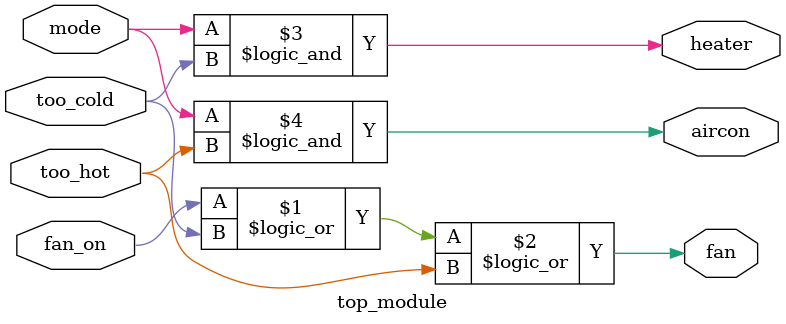
<source format=sv>
module top_module(
    input mode,
    input too_cold,
    input too_hot,
    input fan_on,
    output heater,
    output aircon,
    output fan
);

    // Control the fan
    assign fan = fan_on || too_cold || too_hot;

    // Control the heater
    assign heater = mode && too_cold;

    // Control the air conditioner
    assign aircon = mode && too_hot;
endmodule

</source>
